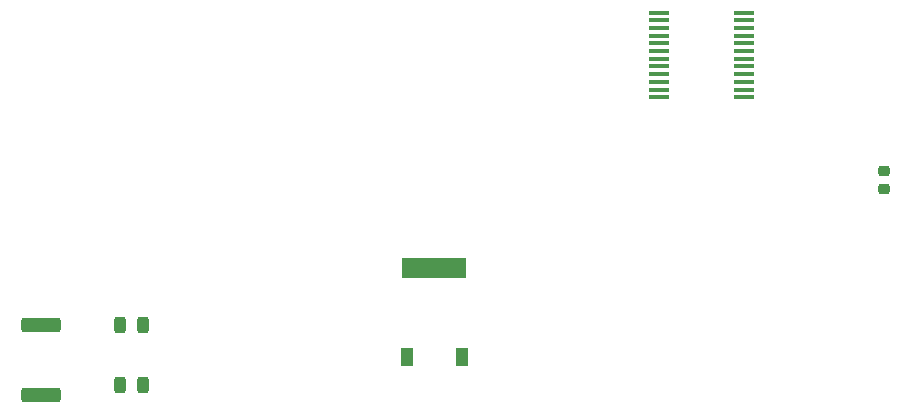
<source format=gtp>
%TF.GenerationSoftware,KiCad,Pcbnew,(6.0.6)*%
%TF.CreationDate,2022-07-05T22:30:03+09:00*%
%TF.ProjectId,arliss,61726c69-7373-42e6-9b69-6361645f7063,rev?*%
%TF.SameCoordinates,Original*%
%TF.FileFunction,Paste,Top*%
%TF.FilePolarity,Positive*%
%FSLAX46Y46*%
G04 Gerber Fmt 4.6, Leading zero omitted, Abs format (unit mm)*
G04 Created by KiCad (PCBNEW (6.0.6)) date 2022-07-05 22:30:03*
%MOMM*%
%LPD*%
G01*
G04 APERTURE LIST*
G04 Aperture macros list*
%AMRoundRect*
0 Rectangle with rounded corners*
0 $1 Rounding radius*
0 $2 $3 $4 $5 $6 $7 $8 $9 X,Y pos of 4 corners*
0 Add a 4 corners polygon primitive as box body*
4,1,4,$2,$3,$4,$5,$6,$7,$8,$9,$2,$3,0*
0 Add four circle primitives for the rounded corners*
1,1,$1+$1,$2,$3*
1,1,$1+$1,$4,$5*
1,1,$1+$1,$6,$7*
1,1,$1+$1,$8,$9*
0 Add four rect primitives between the rounded corners*
20,1,$1+$1,$2,$3,$4,$5,0*
20,1,$1+$1,$4,$5,$6,$7,0*
20,1,$1+$1,$6,$7,$8,$9,0*
20,1,$1+$1,$8,$9,$2,$3,0*%
G04 Aperture macros list end*
%ADD10RoundRect,0.243750X-0.243750X-0.456250X0.243750X-0.456250X0.243750X0.456250X-0.243750X0.456250X0*%
%ADD11R,1.000000X1.500000*%
%ADD12R,5.400000X1.700000*%
%ADD13RoundRect,0.250000X1.425000X-0.362500X1.425000X0.362500X-1.425000X0.362500X-1.425000X-0.362500X0*%
%ADD14RoundRect,0.225000X-0.250000X0.225000X-0.250000X-0.225000X0.250000X-0.225000X0.250000X0.225000X0*%
%ADD15R,1.750000X0.450000*%
G04 APERTURE END LIST*
D10*
%TO.C,LED2*%
X95582500Y-116840000D03*
X97457500Y-116840000D03*
%TD*%
D11*
%TO.C,MOSFET1*%
X119870000Y-119570000D03*
D12*
X122170000Y-112020000D03*
D11*
X124470000Y-119570000D03*
%TD*%
D10*
%TO.C,LED1*%
X95582500Y-121920000D03*
X97457500Y-121920000D03*
%TD*%
D13*
%TO.C,R1*%
X88900000Y-122765000D03*
X88900000Y-116840000D03*
%TD*%
D14*
%TO.C,3.3\u03BCF1*%
X160200000Y-103775000D03*
X160200000Y-105325000D03*
%TD*%
D15*
%TO.C,U1*%
X148380000Y-97555000D03*
X148380000Y-96905000D03*
X148380000Y-96255000D03*
X148380000Y-95605000D03*
X148380000Y-94955000D03*
X148380000Y-94305000D03*
X148380000Y-93655000D03*
X148380000Y-93005000D03*
X148380000Y-92355000D03*
X148380000Y-91705000D03*
X148380000Y-91055000D03*
X148380000Y-90405000D03*
X141180000Y-90405000D03*
X141180000Y-91055000D03*
X141180000Y-91705000D03*
X141180000Y-92355000D03*
X141180000Y-93005000D03*
X141180000Y-93655000D03*
X141180000Y-94305000D03*
X141180000Y-94955000D03*
X141180000Y-95605000D03*
X141180000Y-96255000D03*
X141180000Y-96905000D03*
X141180000Y-97555000D03*
%TD*%
M02*

</source>
